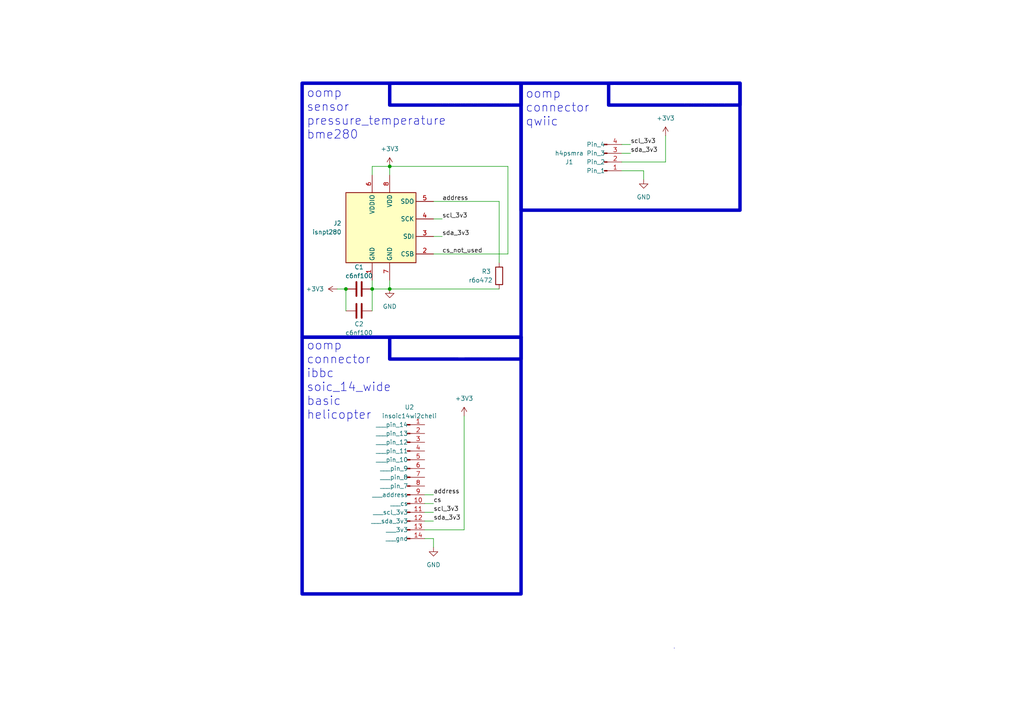
<source format=kicad_sch>
(kicad_sch (version 20230121) (generator eeschema)
  (paper "A4")
  (lib_symbols
    (symbol "c6nf100_electronic_capacitor_0603_100_nano_farad_1" (pin_numbers hide) (pin_names (offset 0.254))
      (property "Reference" "C" (at 0.635 2.54 0))
      (property "Value" "c6nf100_electronic_capacitor_0603_100_nano_farad" (at 0.635 -2.54 0))
      (symbol "c6nf100_electronic_capacitor_0603_100_nano_farad_1_0_1"
        (polyline (pts (xy -2.032 -0.762) (xy 2.032 -0.762)) (stroke (width 0.508)))
        (polyline (pts (xy -2.032 0.762) (xy 2.032 0.762)) (stroke (width 0.508)))
      )
      (symbol "c6nf100_electronic_capacitor_0603_100_nano_farad_1_1_1"
        (pin passive line (at 0 3.81 270) (length 2.794) (name "~") (number "1"))
        (pin passive line (at 0 -3.81 90) (length 2.794) (name "~") (number "2"))
      )
    )
    (symbol "oomlout_oomp_part_symbols:h4psmra_electronic_header_1_mm_jst_sh_4_pin_surface_mount_right_angle" (pin_names (offset 1.016))
      (property "Reference" "J" (at 0 5.08 0))
      (property "Value" "h4psmra_electronic_header_1_mm_jst_sh_4_pin_surface_mount_right_angle" (at 0 -7.62 0))
      (symbol "h4psmra_electronic_header_1_mm_jst_sh_4_pin_surface_mount_right_angle_1_1"
        (polyline (pts (xy 1.27 -5.08) (xy 0.8636 -5.08)) (stroke (width 0.1524)))
        (polyline (pts (xy 1.27 -2.54) (xy 0.8636 -2.54)) (stroke (width 0.1524)))
        (polyline (pts (xy 1.27 0) (xy 0.8636 0)) (stroke (width 0.1524)))
        (polyline (pts (xy 1.27 2.54) (xy 0.8636 2.54)) (stroke (width 0.1524)))
        (rectangle (start 0.8636 -4.953) (end 0 -5.207) (stroke (width 0.1524)) (fill (type outline)))
        (rectangle (start 0.8636 -2.413) (end 0 -2.667) (stroke (width 0.1524)) (fill (type outline)))
        (rectangle (start 0.8636 0.127) (end 0 -0.127) (stroke (width 0.1524)) (fill (type outline)))
        (rectangle (start 0.8636 2.667) (end 0 2.413) (stroke (width 0.1524)) (fill (type outline)))
        (pin passive line (at 5.08 2.54 180) (length 3.81) (name "Pin_1") (number "1"))
        (pin passive line (at 5.08 0 180) (length 3.81) (name "Pin_2") (number "2"))
        (pin passive line (at 5.08 -2.54 180) (length 3.81) (name "Pin_3") (number "3"))
        (pin passive line (at 5.08 -5.08 180) (length 3.81) (name "Pin_4") (number "4"))
      )
    )
    (symbol "oomlout_oomp_part_symbols:insoic14wi2cheli_electronic_interposer_soic_14_wide_i2c_helicopter" (pin_names (offset 1.016))
      (property "Reference" "U" (at 0 17.78 0))
      (property "Value" "insoic14wi2cheli_electronic_interposer_soic_14_wide_i2c_helicopter" (at 0 -20.32 0))
      (symbol "insoic14wi2cheli_electronic_interposer_soic_14_wide_i2c_helicopter_1_1"
        (polyline (pts (xy 1.27 -17.78) (xy 0.8636 -17.78)) (stroke (width 0.1524)))
        (polyline (pts (xy 1.27 -15.24) (xy 0.8636 -15.24)) (stroke (width 0.1524)))
        (polyline (pts (xy 1.27 -12.7) (xy 0.8636 -12.7)) (stroke (width 0.1524)))
        (polyline (pts (xy 1.27 -10.16) (xy 0.8636 -10.16)) (stroke (width 0.1524)))
        (polyline (pts (xy 1.27 -7.62) (xy 0.8636 -7.62)) (stroke (width 0.1524)))
        (polyline (pts (xy 1.27 -5.08) (xy 0.8636 -5.08)) (stroke (width 0.1524)))
        (polyline (pts (xy 1.27 -2.54) (xy 0.8636 -2.54)) (stroke (width 0.1524)))
        (polyline (pts (xy 1.27 0) (xy 0.8636 0)) (stroke (width 0.1524)))
        (polyline (pts (xy 1.27 2.54) (xy 0.8636 2.54)) (stroke (width 0.1524)))
        (polyline (pts (xy 1.27 5.08) (xy 0.8636 5.08)) (stroke (width 0.1524)))
        (polyline (pts (xy 1.27 7.62) (xy 0.8636 7.62)) (stroke (width 0.1524)))
        (polyline (pts (xy 1.27 10.16) (xy 0.8636 10.16)) (stroke (width 0.1524)))
        (polyline (pts (xy 1.27 12.7) (xy 0.8636 12.7)) (stroke (width 0.1524)))
        (polyline (pts (xy 1.27 15.24) (xy 0.8636 15.24)) (stroke (width 0.1524)))
        (rectangle (start 0.8636 -17.653) (end 0 -17.907) (stroke (width 0.1524)) (fill (type outline)))
        (rectangle (start 0.8636 -15.113) (end 0 -15.367) (stroke (width 0.1524)) (fill (type outline)))
        (rectangle (start 0.8636 -12.573) (end 0 -12.827) (stroke (width 0.1524)) (fill (type outline)))
        (rectangle (start 0.8636 -10.033) (end 0 -10.287) (stroke (width 0.1524)) (fill (type outline)))
        (rectangle (start 0.8636 -7.493) (end 0 -7.747) (stroke (width 0.1524)) (fill (type outline)))
        (rectangle (start 0.8636 -4.953) (end 0 -5.207) (stroke (width 0.1524)) (fill (type outline)))
        (rectangle (start 0.8636 -2.413) (end 0 -2.667) (stroke (width 0.1524)) (fill (type outline)))
        (rectangle (start 0.8636 0.127) (end 0 -0.127) (stroke (width 0.1524)) (fill (type outline)))
        (rectangle (start 0.8636 2.667) (end 0 2.413) (stroke (width 0.1524)) (fill (type outline)))
        (rectangle (start 0.8636 5.207) (end 0 4.953) (stroke (width 0.1524)) (fill (type outline)))
        (rectangle (start 0.8636 7.747) (end 0 7.493) (stroke (width 0.1524)) (fill (type outline)))
        (rectangle (start 0.8636 10.287) (end 0 10.033) (stroke (width 0.1524)) (fill (type outline)))
        (rectangle (start 0.8636 12.827) (end 0 12.573) (stroke (width 0.1524)) (fill (type outline)))
        (rectangle (start 0.8636 15.367) (end 0 15.113) (stroke (width 0.1524)) (fill (type outline)))
        (pin passive line (at 5.08 15.24 180) (length 3.81) (name "___pin_14") (number "1"))
        (pin passive line (at 5.08 -7.62 180) (length 3.81) (name "___cs") (number "10"))
        (pin passive line (at 5.08 -10.16 180) (length 3.81) (name "___scl_3v3") (number "11"))
        (pin passive line (at 5.08 -12.7 180) (length 3.81) (name "___sda_3v3") (number "12"))
        (pin passive line (at 5.08 -15.24 180) (length 3.81) (name "___3v3") (number "13"))
        (pin passive line (at 5.08 -17.78 180) (length 3.81) (name "___gnd") (number "14"))
        (pin passive line (at 5.08 12.7 180) (length 3.81) (name "___pin_13") (number "2"))
        (pin passive line (at 5.08 10.16 180) (length 3.81) (name "___pin_12") (number "3"))
        (pin passive line (at 5.08 7.62 180) (length 3.81) (name "___pin_11") (number "4"))
        (pin passive line (at 5.08 5.08 180) (length 3.81) (name "___pin_10") (number "5"))
        (pin passive line (at 5.08 2.54 180) (length 3.81) (name "___pin_9") (number "6"))
        (pin passive line (at 5.08 0 180) (length 3.81) (name "___pin_8") (number "7"))
        (pin passive line (at 5.08 -2.54 180) (length 3.81) (name "___pin_7") (number "8"))
        (pin passive line (at 5.08 -5.08 180) (length 3.81) (name "___address") (number "9"))
      )
    )
    (symbol "oomlout_oomp_part_symbols:isnpt280_electronic_ic_lga_8_pin_2_5_mm_x_2_5_mm_sensor_pressure_temperature_bosch_bme280"
      (property "Reference" "J" (at -8.89 11.43 0))
      (property "Value" "isnpt280_electronic_ic_lga_8_pin_2_5_mm_x_2_5_mm_sensor_pressure_temperature_bosch_bme280" (at 7.62 11.43 0))
      (symbol "isnpt280_electronic_ic_lga_8_pin_2_5_mm_x_2_5_mm_sensor_pressure_temperature_bosch_bme280_0_1"
        (rectangle (start -10.16 10.16) (end 10.16 -10.16) (stroke (width 0.254)) (fill (type background)))
      )
      (symbol "isnpt280_electronic_ic_lga_8_pin_2_5_mm_x_2_5_mm_sensor_pressure_temperature_bosch_bme280_1_1"
        (pin power_in line (at -2.54 -15.24 90) (length 5.08) (name "GND") (number "1"))
        (pin input line (at 15.24 -7.62 180) (length 5.08) (name "CSB") (number "2"))
        (pin bidirectional line (at 15.24 -2.54 180) (length 5.08) (name "SDI") (number "3"))
        (pin input line (at 15.24 2.54 180) (length 5.08) (name "SCK") (number "4"))
        (pin bidirectional line (at 15.24 7.62 180) (length 5.08) (name "SDO") (number "5"))
        (pin power_in line (at -2.54 15.24 270) (length 5.08) (name "VDDIO") (number "6"))
        (pin power_in line (at 2.54 -15.24 90) (length 5.08) (name "GND") (number "7"))
        (pin power_in line (at 2.54 15.24 270) (length 5.08) (name "VDD") (number "8"))
      )
    )
    (symbol "oomlout_oomp_part_symbols:r6o472_electronic_resistor_0603_4700_ohm" (pin_numbers hide) (pin_names (offset 0))
      (property "Reference" "R" (at 2.032 0 90))
      (property "Value" "r6o472_electronic_resistor_0603_4700_ohm" (at 0 0 90))
      (symbol "r6o472_electronic_resistor_0603_4700_ohm_0_1"
        (rectangle (start -1.016 -2.54) (end 1.016 2.54) (stroke (width 0.254)))
      )
      (symbol "r6o472_electronic_resistor_0603_4700_ohm_1_1"
        (pin passive line (at 0 3.81 270) (length 1.27) (name "~") (number "1"))
        (pin passive line (at 0 -3.81 90) (length 1.27) (name "~") (number "2"))
      )
    )
    (symbol "power:+3V3" (power) (pin_names (offset 0))
      (property "Value" "+3V3" (at 0 3.556 0))
      (symbol "+3V3_0_1"
        (polyline (pts (xy -0.762 1.27) (xy 0 2.54)))
        (polyline (pts (xy 0 0) (xy 0 2.54)))
        (polyline (pts (xy 0 2.54) (xy 0.762 1.27)))
      )
      (symbol "+3V3_1_1"
        (pin power_in line (at 0 0 90) (length 0) hide (name "+3V3") (number "1"))
      )
    )
    (symbol "power:GND" (power) (pin_names (offset 0))
      (property "Value" "GND" (at 0 -3.81 0))
      (symbol "GND_0_1"
        (polyline (pts (xy 0 0) (xy 0 -1.27) (xy 1.27 -1.27) (xy 0 -2.54) (xy -1.27 -1.27) (xy 0 -1.27)))
      )
      (symbol "GND_1_1"
        (pin power_in line (at 0 0 270) (length 0) hide (name "GND") (number "1"))
      )
    )
  )
  (junction (at 113.03 83.82))
  (junction (at 107.95 83.82))
  (junction (at 100.33 83.82))
  (junction (at 113.03 48.26))
  (wire (pts (xy 113.03 83.82) (xy 144.78 83.82)))
  (wire (pts (xy 144.78 58.42) (xy 144.78 76.2)))
  (wire (pts (xy 134.62 153.67) (xy 123.19 153.67)))
  (wire (pts (xy 186.69 49.53) (xy 180.34 49.53)))
  (wire (pts (xy 180.34 44.45) (xy 182.88 44.45)))
  (wire (pts (xy 100.33 83.82) (xy 100.33 90.17)))
  (wire (pts (xy 107.95 48.26) (xy 113.03 48.26)))
  (wire (pts (xy 125.73 158.75) (xy 125.73 156.21)))
  (wire (pts (xy 134.62 120.65) (xy 134.62 153.67)))
  (wire (pts (xy 180.34 41.91) (xy 182.88 41.91)))
  (wire (pts (xy 125.73 68.58) (xy 128.27 68.58)))
  (wire (pts (xy 193.04 46.99) (xy 193.04 39.37)))
  (wire (pts (xy 147.32 73.66) (xy 147.32 48.26)))
  (wire (pts (xy 107.95 83.82) (xy 113.03 83.82)))
  (wire (pts (xy 113.03 81.28) (xy 113.03 83.82)))
  (wire (pts (xy 113.03 48.26) (xy 113.03 50.8)))
  (wire (pts (xy 180.34 46.99) (xy 193.04 46.99)))
  (wire (pts (xy 186.69 49.53) (xy 186.69 52.07)))
  (wire (pts (xy 107.95 81.28) (xy 107.95 83.82)))
  (wire (pts (xy 113.03 48.26) (xy 147.32 48.26)))
  (wire (pts (xy 125.73 156.21) (xy 123.19 156.21)))
  (wire (pts (xy 123.19 143.51) (xy 125.73 143.51)))
  (wire (pts (xy 123.19 151.13) (xy 125.73 151.13)))
  (wire (pts (xy 125.73 73.66) (xy 147.32 73.66)))
  (wire (pts (xy 123.19 148.59) (xy 125.73 148.59)))
  (wire (pts (xy 107.95 50.8) (xy 107.95 48.26)))
  (wire (pts (xy 125.73 58.42) (xy 144.78 58.42)))
  (wire (pts (xy 97.79 83.82) (xy 100.33 83.82)))
  (wire (pts (xy 107.95 83.82) (xy 107.95 90.17)))
  (wire (pts (xy 123.19 146.05) (xy 125.73 146.05)))
  (wire (pts (xy 125.73 63.5) (xy 128.27 63.5)))
  (rectangle (start 195.58 187.96) (end 195.58 187.96))
  (rectangle (start 195.58 187.96) (end 195.58 187.96))
  (rectangle (start 113.03 97.79) (end 151.13 104.14) (stroke (width 1)) (fill (type color)))
  (rectangle (start 132.08 298.45) (end 132.08 298.45))
  (rectangle (start 151.13 24.13) (end 214.63 60.96) (stroke (width 1)))
  (rectangle (start 132.08 261.62) (end 132.08 261.62))
  (rectangle (start 113.03 24.13) (end 151.13 30.48) (stroke (width 1)) (fill (type color)))
  (rectangle (start 176.53 24.13) (end 214.63 30.48) (stroke (width 1)) (fill (type color)))
  (rectangle (start 87.63 97.79) (end 151.13 172.2632) (stroke (width 1)))
  (rectangle (start 87.63 24.13) (end 151.13 97.79) (stroke (width 1)))
  (text "qwiic\n" (at 213.36 30.48 0) (effects (font (size 4 4) (thickness 0.8) bold) (justify right bottom)))
  (text "name" (at 115.57 30.48 90) (effects (font (size 1.27 1.27) (thickness 0.254) bold) (justify left bottom)))
  (text "name" (at 115.57 104.14 90) (effects (font (size 1.27 1.27) (thickness 0.254) bold) (justify left bottom)))
  (text "name" (at 179.07 30.48 90) (effects (font (size 1.27 1.27) (thickness 0.254) bold) (justify left bottom)))
  (text "oomp\nconnector\nibbc\nsoic_14_wide\nbasic\nhelicopter\n" (at 88.9 121.92 0) (effects (font (size 2.5 2.5)) (justify left bottom)))
  (text "oomp\nconnector\nqwiic\n" (at 152.4 36.83 0) (effects (font (size 2.5 2.5)) (justify left bottom)))
  (text "oomp\nsensor\npressure_temperature\nbme280" (at 88.9 40.64 0) (effects (font (size 2.5 2.5)) (justify left bottom)))
  (text "ibbc_helicopter\n\n" (at 149.86 106.68 0) (effects (font (size 2 2) (thickness 0.8) bold) (justify right bottom)))
  (text "bme280" (at 149.86 30.48 0) (effects (font (size 4 4) (thickness 0.8) bold) (justify right bottom)))
  (label "scl_3v3" (at 125.73 148.59 0))
  (label "scl_3v3" (at 182.88 41.91 0))
  (label "cs_not_used" (at 128.27 73.66 0))
  (label "sda_3v3" (at 182.88 44.45 0))
  (label "cs" (at 125.73 146.05 0))
  (label "scl_3v3" (at 128.27 63.5 0))
  (label "sda_3v3" (at 128.27 68.58 0))
  (label "address" (at 128.27 58.42 0))
  (label "address" (at 125.73 143.51 0))
  (label "sda_3v3" (at 125.73 151.13 0))
  (symbol (lib_id "oomlout_oomp_part_symbols:insoic14wi2cheli_electronic_interposer_soic_14_wide_i2c_helicopter") (at 118.11 138.43 0) (unit 1)
    (property "Reference" "U2" (at 118.745 118.11 0))
    (property "Value" "insoic14wi2cheli" (at 118.745 120.65 0))
    (property "Footprint" "oomlout_oomp_part_footprints:insoic14wi2cheli_electronic_interposer_soic_14_wide_i2c_helicopter" (effects hide))
    (property "Datasheet" "https://github.com/oomlout/oomlout_oomp_v3/parts/electronic_interposer_soic_14_wide_i2c_helicopter/datasheet.pdf" (effects hide))
  )
  (symbol (lib_id "power:GND") (at 113.03 83.82 0) (unit 1)
    (property "Reference" "#PWR03" (effects hide))
    (property "Value" "GND" (at 113.03 88.9 0))
  )
  (symbol (lib_id "oomlout_oomp_part_symbols:r6o472_electronic_resistor_0603_4700_ohm") (at 144.78 80.01 0) (unit 1)
    (property "Reference" "R3" (at 139.7 78.74 0) (effects (justify left)))
    (property "Value" "r6o472" (at 135.89 81.28 0) (effects (justify left)))
    (property "Footprint" "oomlout_oomp_part_footprints:r6o472_electronic_resistor_0603_4700_ohm" (effects hide))
    (property "Datasheet" "https://github.com/oomlout/oomlout_oomp_v3/parts/electronic_resistor_0603_4700_ohm/datasheet.pdf" (effects hide))
  )
  (symbol (lib_id "power:GND") (at 186.69 52.07 0) (unit 1)
    (property "Reference" "#PWR04" (effects hide))
    (property "Value" "GND" (at 186.69 57.15 0))
  )
  (symbol (lib_id "power:GND") (at 125.73 158.75 0) (unit 1)
    (property "Reference" "#PWR06" (effects hide))
    (property "Value" "GND" (at 125.73 163.83 0))
  )
  (symbol (lib_id "power:+3V3") (at 97.79 83.82 90) (unit 1)
    (property "Reference" "#PWR01" (effects hide))
    (property "Value" "+3V3" (at 93.98 83.82 90) (effects (justify left)))
  )
  (symbol (lib_id "power:+3V3") (at 113.03 48.26 0) (unit 1)
    (property "Reference" "#PWR02" (effects hide))
    (property "Value" "+3V3" (at 113.03 43.18 0))
  )
  (symbol (lib_id "oomlout_oomp_part_symbols:h4psmra_electronic_header_1_mm_jst_sh_4_pin_surface_mount_right_angle") (at 175.26 46.99 0) (mirror x) (unit 1)
    (property "Reference" "J1" (at 165.1 46.99 0))
    (property "Value" "h4psmra" (at 165.1 44.45 0))
    (property "Footprint" "oomlout_oomp_part_footprints:h4psmra_electronic_header_1_mm_jst_sh_4_pin_surface_mount_right_angle" (effects hide))
    (property "Datasheet" "https://github.com/oomlout/oomlout_oomp_v3/parts/electronic_header_1_mm_jst_sh_4_pin_surface_mount_right_angle/datasheet.pdf" (effects hide))
  )
  (symbol (lib_id "oomlout_oomp_part_symbols:isnpt280_electronic_ic_lga_8_pin_2_5_mm_x_2_5_mm_sensor_pressure_temperature_bosch_bme280") (at 110.49 66.04 0) (unit 1)
    (property "Reference" "J2" (at 99.06 64.77 0) (effects (justify right)))
    (property "Value" "isnpt280" (at 99.06 67.31 0) (effects (justify right)))
    (property "Footprint" "oomlout_oomp_part_footprints:isnpt280_electronic_ic_lga_8_pin_2_5_mm_x_2_5_mm_sensor_pressure_temperature_bosch_bme280" (effects hide))
    (property "Datasheet" "https://github.com/oomlout/oomlout_oomp_v3/parts/electronic_ic_lga_8_pin_2_5_mm_x_2_5_mm_sensor_pressure_temperature_bosch_bme280/datasheet.pdf" (effects hide))
  )
  (symbol (lib_name "c6nf100_electronic_capacitor_0603_100_nano_farad_1") (lib_id "oomlout_oomp_part_symbols:c6nf100_electronic_capacitor_0603_100_nano_farad") (at 104.14 83.82 90) (unit 1)
    (property "Reference" "C1" (at 104.14 77.47 90))
    (property "Value" "c6nf100" (at 104.14 80.01 90))
    (property "Footprint" "oomlout_oomp_part_footprints:c6nf100_electronic_capacitor_0603_100_nano_farad" (effects hide))
    (property "Datasheet" "https://github.com/oomlout/oomlout_oomp_v3/parts/electronic_capacitor_0603_100_nano_farad/datasheet.pdf" (effects hide))
  )
  (symbol (lib_name "c6nf100_electronic_capacitor_0603_100_nano_farad_1") (lib_id "oomlout_oomp_part_symbols:c6nf100_electronic_capacitor_0603_100_nano_farad") (at 104.14 90.17 90) (unit 1)
    (property "Reference" "C2" (at 104.14 93.98 90))
    (property "Value" "c6nf100" (at 104.14 96.52 90))
    (property "Footprint" "oomlout_oomp_part_footprints:c6nf100_electronic_capacitor_0603_100_nano_farad" (effects hide))
    (property "Datasheet" "https://github.com/oomlout/oomlout_oomp_v3/parts/electronic_capacitor_0603_100_nano_farad/datasheet.pdf" (effects hide))
  )
  (symbol (lib_id "power:+3V3") (at 134.62 120.65 0) (unit 1)
    (property "Reference" "#PWR07" (effects hide))
    (property "Value" "+3V3" (at 134.62 115.57 0))
  )
  (symbol (lib_id "power:+3V3") (at 193.04 39.37 0) (unit 1)
    (property "Reference" "#PWR05" (effects hide))
    (property "Value" "+3V3" (at 193.04 34.29 0))
  )
)
</source>
